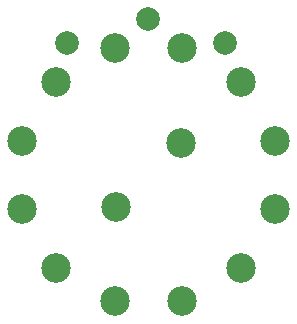
<source format=gts>
%FSLAX46Y46*%
G04 Gerber Fmt 4.6, Leading zero omitted, Abs format (unit mm)*
G04 Created by KiCad (PCBNEW (2014-10-18 BZR 5203)-product) date 24/10/2014 14:42:56*
%MOMM*%
G01*
G04 APERTURE LIST*
%ADD10C,0.100000*%
%ADD11C,2.000000*%
%ADD12C,2.500000*%
G04 APERTURE END LIST*
D10*
D11*
X168402000Y-70104000D03*
X175260000Y-68072000D03*
X181737000Y-70104000D03*
D12*
X178132891Y-92001776D03*
X172387109Y-92001776D03*
X167411115Y-89128885D03*
X164538224Y-84152891D03*
X164538224Y-78407109D03*
X167411115Y-73431115D03*
X172387109Y-70558224D03*
X178132891Y-70558224D03*
X183108885Y-73431115D03*
X185981776Y-78407109D03*
X185981776Y-84152891D03*
X183108885Y-89128885D03*
X172550000Y-83980000D03*
X177972720Y-78567280D03*
M02*

</source>
